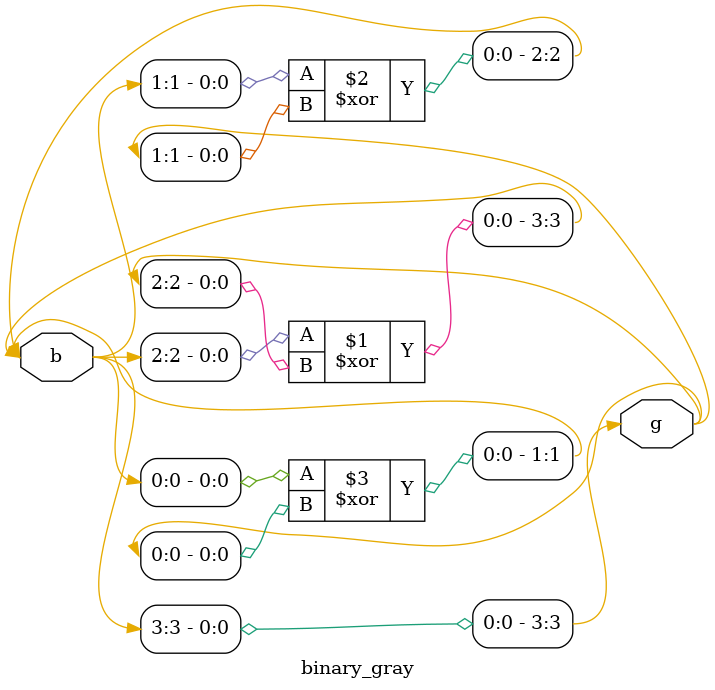
<source format=v>

module binary_gray(b,g);
input[3:0]b;
output[3:0]g;

buf g1(b[3],g[3]);
xor g2(b[3],b[2],g[2]);
xor g3(b[2],b[1],g[1]);
xor g4(b[1],b[0],g[0]);

endmodule


</source>
